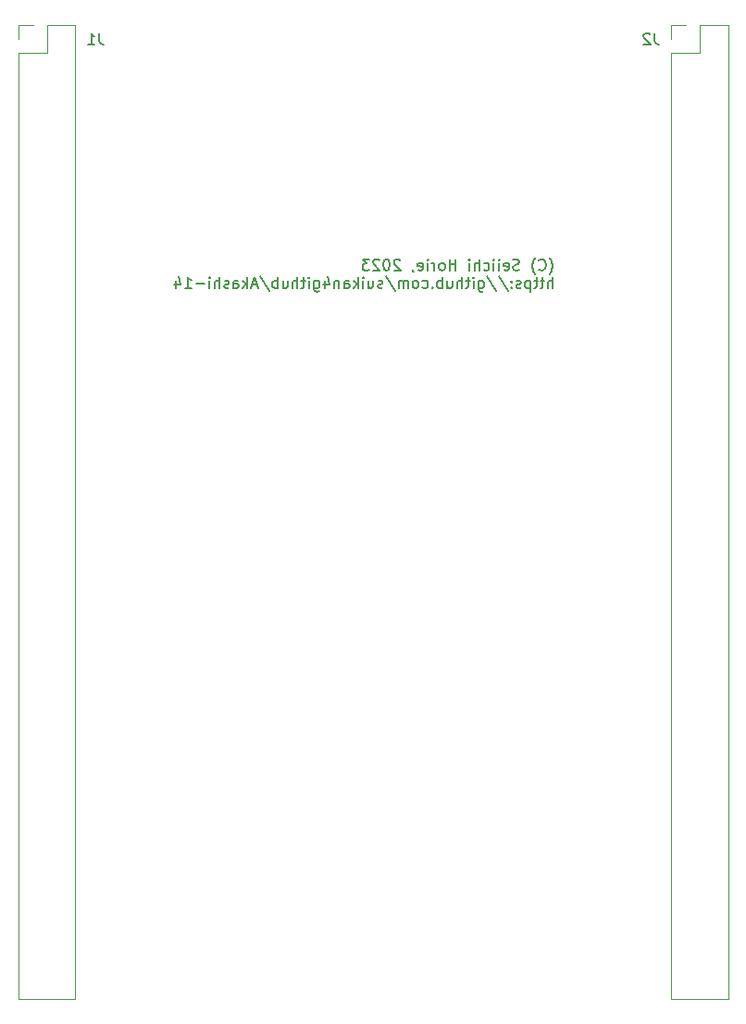
<source format=gbr>
G04 #@! TF.GenerationSoftware,KiCad,Pcbnew,7.0.1-3b83917a11~172~ubuntu22.04.1*
G04 #@! TF.CreationDate,2023-04-09T16:34:52+09:00*
G04 #@! TF.ProjectId,Akashi-14,416b6173-6869-42d3-9134-2e6b69636164,rev?*
G04 #@! TF.SameCoordinates,Original*
G04 #@! TF.FileFunction,Legend,Bot*
G04 #@! TF.FilePolarity,Positive*
%FSLAX46Y46*%
G04 Gerber Fmt 4.6, Leading zero omitted, Abs format (unit mm)*
G04 Created by KiCad (PCBNEW 7.0.1-3b83917a11~172~ubuntu22.04.1) date 2023-04-09 16:34:52*
%MOMM*%
%LPD*%
G01*
G04 APERTURE LIST*
%ADD10C,0.150000*%
%ADD11C,0.120000*%
G04 APERTURE END LIST*
D10*
X147558190Y-87538571D02*
X147605809Y-87490952D01*
X147605809Y-87490952D02*
X147701047Y-87348095D01*
X147701047Y-87348095D02*
X147748666Y-87252857D01*
X147748666Y-87252857D02*
X147796285Y-87110000D01*
X147796285Y-87110000D02*
X147843904Y-86871904D01*
X147843904Y-86871904D02*
X147843904Y-86681428D01*
X147843904Y-86681428D02*
X147796285Y-86443333D01*
X147796285Y-86443333D02*
X147748666Y-86300476D01*
X147748666Y-86300476D02*
X147701047Y-86205238D01*
X147701047Y-86205238D02*
X147605809Y-86062380D01*
X147605809Y-86062380D02*
X147558190Y-86014761D01*
X146605809Y-87062380D02*
X146653428Y-87110000D01*
X146653428Y-87110000D02*
X146796285Y-87157619D01*
X146796285Y-87157619D02*
X146891523Y-87157619D01*
X146891523Y-87157619D02*
X147034380Y-87110000D01*
X147034380Y-87110000D02*
X147129618Y-87014761D01*
X147129618Y-87014761D02*
X147177237Y-86919523D01*
X147177237Y-86919523D02*
X147224856Y-86729047D01*
X147224856Y-86729047D02*
X147224856Y-86586190D01*
X147224856Y-86586190D02*
X147177237Y-86395714D01*
X147177237Y-86395714D02*
X147129618Y-86300476D01*
X147129618Y-86300476D02*
X147034380Y-86205238D01*
X147034380Y-86205238D02*
X146891523Y-86157619D01*
X146891523Y-86157619D02*
X146796285Y-86157619D01*
X146796285Y-86157619D02*
X146653428Y-86205238D01*
X146653428Y-86205238D02*
X146605809Y-86252857D01*
X146272475Y-87538571D02*
X146224856Y-87490952D01*
X146224856Y-87490952D02*
X146129618Y-87348095D01*
X146129618Y-87348095D02*
X146081999Y-87252857D01*
X146081999Y-87252857D02*
X146034380Y-87110000D01*
X146034380Y-87110000D02*
X145986761Y-86871904D01*
X145986761Y-86871904D02*
X145986761Y-86681428D01*
X145986761Y-86681428D02*
X146034380Y-86443333D01*
X146034380Y-86443333D02*
X146081999Y-86300476D01*
X146081999Y-86300476D02*
X146129618Y-86205238D01*
X146129618Y-86205238D02*
X146224856Y-86062380D01*
X146224856Y-86062380D02*
X146272475Y-86014761D01*
X144796284Y-87110000D02*
X144653427Y-87157619D01*
X144653427Y-87157619D02*
X144415332Y-87157619D01*
X144415332Y-87157619D02*
X144320094Y-87110000D01*
X144320094Y-87110000D02*
X144272475Y-87062380D01*
X144272475Y-87062380D02*
X144224856Y-86967142D01*
X144224856Y-86967142D02*
X144224856Y-86871904D01*
X144224856Y-86871904D02*
X144272475Y-86776666D01*
X144272475Y-86776666D02*
X144320094Y-86729047D01*
X144320094Y-86729047D02*
X144415332Y-86681428D01*
X144415332Y-86681428D02*
X144605808Y-86633809D01*
X144605808Y-86633809D02*
X144701046Y-86586190D01*
X144701046Y-86586190D02*
X144748665Y-86538571D01*
X144748665Y-86538571D02*
X144796284Y-86443333D01*
X144796284Y-86443333D02*
X144796284Y-86348095D01*
X144796284Y-86348095D02*
X144748665Y-86252857D01*
X144748665Y-86252857D02*
X144701046Y-86205238D01*
X144701046Y-86205238D02*
X144605808Y-86157619D01*
X144605808Y-86157619D02*
X144367713Y-86157619D01*
X144367713Y-86157619D02*
X144224856Y-86205238D01*
X143415332Y-87110000D02*
X143510570Y-87157619D01*
X143510570Y-87157619D02*
X143701046Y-87157619D01*
X143701046Y-87157619D02*
X143796284Y-87110000D01*
X143796284Y-87110000D02*
X143843903Y-87014761D01*
X143843903Y-87014761D02*
X143843903Y-86633809D01*
X143843903Y-86633809D02*
X143796284Y-86538571D01*
X143796284Y-86538571D02*
X143701046Y-86490952D01*
X143701046Y-86490952D02*
X143510570Y-86490952D01*
X143510570Y-86490952D02*
X143415332Y-86538571D01*
X143415332Y-86538571D02*
X143367713Y-86633809D01*
X143367713Y-86633809D02*
X143367713Y-86729047D01*
X143367713Y-86729047D02*
X143843903Y-86824285D01*
X142939141Y-87157619D02*
X142939141Y-86490952D01*
X142939141Y-86157619D02*
X142986760Y-86205238D01*
X142986760Y-86205238D02*
X142939141Y-86252857D01*
X142939141Y-86252857D02*
X142891522Y-86205238D01*
X142891522Y-86205238D02*
X142939141Y-86157619D01*
X142939141Y-86157619D02*
X142939141Y-86252857D01*
X142462951Y-87157619D02*
X142462951Y-86490952D01*
X142462951Y-86157619D02*
X142510570Y-86205238D01*
X142510570Y-86205238D02*
X142462951Y-86252857D01*
X142462951Y-86252857D02*
X142415332Y-86205238D01*
X142415332Y-86205238D02*
X142462951Y-86157619D01*
X142462951Y-86157619D02*
X142462951Y-86252857D01*
X141558190Y-87110000D02*
X141653428Y-87157619D01*
X141653428Y-87157619D02*
X141843904Y-87157619D01*
X141843904Y-87157619D02*
X141939142Y-87110000D01*
X141939142Y-87110000D02*
X141986761Y-87062380D01*
X141986761Y-87062380D02*
X142034380Y-86967142D01*
X142034380Y-86967142D02*
X142034380Y-86681428D01*
X142034380Y-86681428D02*
X141986761Y-86586190D01*
X141986761Y-86586190D02*
X141939142Y-86538571D01*
X141939142Y-86538571D02*
X141843904Y-86490952D01*
X141843904Y-86490952D02*
X141653428Y-86490952D01*
X141653428Y-86490952D02*
X141558190Y-86538571D01*
X141129618Y-87157619D02*
X141129618Y-86157619D01*
X140701047Y-87157619D02*
X140701047Y-86633809D01*
X140701047Y-86633809D02*
X140748666Y-86538571D01*
X140748666Y-86538571D02*
X140843904Y-86490952D01*
X140843904Y-86490952D02*
X140986761Y-86490952D01*
X140986761Y-86490952D02*
X141081999Y-86538571D01*
X141081999Y-86538571D02*
X141129618Y-86586190D01*
X140224856Y-87157619D02*
X140224856Y-86490952D01*
X140224856Y-86157619D02*
X140272475Y-86205238D01*
X140272475Y-86205238D02*
X140224856Y-86252857D01*
X140224856Y-86252857D02*
X140177237Y-86205238D01*
X140177237Y-86205238D02*
X140224856Y-86157619D01*
X140224856Y-86157619D02*
X140224856Y-86252857D01*
X138986761Y-87157619D02*
X138986761Y-86157619D01*
X138986761Y-86633809D02*
X138415333Y-86633809D01*
X138415333Y-87157619D02*
X138415333Y-86157619D01*
X137796285Y-87157619D02*
X137891523Y-87110000D01*
X137891523Y-87110000D02*
X137939142Y-87062380D01*
X137939142Y-87062380D02*
X137986761Y-86967142D01*
X137986761Y-86967142D02*
X137986761Y-86681428D01*
X137986761Y-86681428D02*
X137939142Y-86586190D01*
X137939142Y-86586190D02*
X137891523Y-86538571D01*
X137891523Y-86538571D02*
X137796285Y-86490952D01*
X137796285Y-86490952D02*
X137653428Y-86490952D01*
X137653428Y-86490952D02*
X137558190Y-86538571D01*
X137558190Y-86538571D02*
X137510571Y-86586190D01*
X137510571Y-86586190D02*
X137462952Y-86681428D01*
X137462952Y-86681428D02*
X137462952Y-86967142D01*
X137462952Y-86967142D02*
X137510571Y-87062380D01*
X137510571Y-87062380D02*
X137558190Y-87110000D01*
X137558190Y-87110000D02*
X137653428Y-87157619D01*
X137653428Y-87157619D02*
X137796285Y-87157619D01*
X137034380Y-87157619D02*
X137034380Y-86490952D01*
X137034380Y-86681428D02*
X136986761Y-86586190D01*
X136986761Y-86586190D02*
X136939142Y-86538571D01*
X136939142Y-86538571D02*
X136843904Y-86490952D01*
X136843904Y-86490952D02*
X136748666Y-86490952D01*
X136415332Y-87157619D02*
X136415332Y-86490952D01*
X136415332Y-86157619D02*
X136462951Y-86205238D01*
X136462951Y-86205238D02*
X136415332Y-86252857D01*
X136415332Y-86252857D02*
X136367713Y-86205238D01*
X136367713Y-86205238D02*
X136415332Y-86157619D01*
X136415332Y-86157619D02*
X136415332Y-86252857D01*
X135558190Y-87110000D02*
X135653428Y-87157619D01*
X135653428Y-87157619D02*
X135843904Y-87157619D01*
X135843904Y-87157619D02*
X135939142Y-87110000D01*
X135939142Y-87110000D02*
X135986761Y-87014761D01*
X135986761Y-87014761D02*
X135986761Y-86633809D01*
X135986761Y-86633809D02*
X135939142Y-86538571D01*
X135939142Y-86538571D02*
X135843904Y-86490952D01*
X135843904Y-86490952D02*
X135653428Y-86490952D01*
X135653428Y-86490952D02*
X135558190Y-86538571D01*
X135558190Y-86538571D02*
X135510571Y-86633809D01*
X135510571Y-86633809D02*
X135510571Y-86729047D01*
X135510571Y-86729047D02*
X135986761Y-86824285D01*
X135034380Y-87110000D02*
X135034380Y-87157619D01*
X135034380Y-87157619D02*
X135081999Y-87252857D01*
X135081999Y-87252857D02*
X135129618Y-87300476D01*
X133891523Y-86252857D02*
X133843904Y-86205238D01*
X133843904Y-86205238D02*
X133748666Y-86157619D01*
X133748666Y-86157619D02*
X133510571Y-86157619D01*
X133510571Y-86157619D02*
X133415333Y-86205238D01*
X133415333Y-86205238D02*
X133367714Y-86252857D01*
X133367714Y-86252857D02*
X133320095Y-86348095D01*
X133320095Y-86348095D02*
X133320095Y-86443333D01*
X133320095Y-86443333D02*
X133367714Y-86586190D01*
X133367714Y-86586190D02*
X133939142Y-87157619D01*
X133939142Y-87157619D02*
X133320095Y-87157619D01*
X132701047Y-86157619D02*
X132605809Y-86157619D01*
X132605809Y-86157619D02*
X132510571Y-86205238D01*
X132510571Y-86205238D02*
X132462952Y-86252857D01*
X132462952Y-86252857D02*
X132415333Y-86348095D01*
X132415333Y-86348095D02*
X132367714Y-86538571D01*
X132367714Y-86538571D02*
X132367714Y-86776666D01*
X132367714Y-86776666D02*
X132415333Y-86967142D01*
X132415333Y-86967142D02*
X132462952Y-87062380D01*
X132462952Y-87062380D02*
X132510571Y-87110000D01*
X132510571Y-87110000D02*
X132605809Y-87157619D01*
X132605809Y-87157619D02*
X132701047Y-87157619D01*
X132701047Y-87157619D02*
X132796285Y-87110000D01*
X132796285Y-87110000D02*
X132843904Y-87062380D01*
X132843904Y-87062380D02*
X132891523Y-86967142D01*
X132891523Y-86967142D02*
X132939142Y-86776666D01*
X132939142Y-86776666D02*
X132939142Y-86538571D01*
X132939142Y-86538571D02*
X132891523Y-86348095D01*
X132891523Y-86348095D02*
X132843904Y-86252857D01*
X132843904Y-86252857D02*
X132796285Y-86205238D01*
X132796285Y-86205238D02*
X132701047Y-86157619D01*
X131986761Y-86252857D02*
X131939142Y-86205238D01*
X131939142Y-86205238D02*
X131843904Y-86157619D01*
X131843904Y-86157619D02*
X131605809Y-86157619D01*
X131605809Y-86157619D02*
X131510571Y-86205238D01*
X131510571Y-86205238D02*
X131462952Y-86252857D01*
X131462952Y-86252857D02*
X131415333Y-86348095D01*
X131415333Y-86348095D02*
X131415333Y-86443333D01*
X131415333Y-86443333D02*
X131462952Y-86586190D01*
X131462952Y-86586190D02*
X132034380Y-87157619D01*
X132034380Y-87157619D02*
X131415333Y-87157619D01*
X131081999Y-86157619D02*
X130462952Y-86157619D01*
X130462952Y-86157619D02*
X130796285Y-86538571D01*
X130796285Y-86538571D02*
X130653428Y-86538571D01*
X130653428Y-86538571D02*
X130558190Y-86586190D01*
X130558190Y-86586190D02*
X130510571Y-86633809D01*
X130510571Y-86633809D02*
X130462952Y-86729047D01*
X130462952Y-86729047D02*
X130462952Y-86967142D01*
X130462952Y-86967142D02*
X130510571Y-87062380D01*
X130510571Y-87062380D02*
X130558190Y-87110000D01*
X130558190Y-87110000D02*
X130653428Y-87157619D01*
X130653428Y-87157619D02*
X130939142Y-87157619D01*
X130939142Y-87157619D02*
X131034380Y-87110000D01*
X131034380Y-87110000D02*
X131081999Y-87062380D01*
X147843904Y-88777619D02*
X147843904Y-87777619D01*
X147415333Y-88777619D02*
X147415333Y-88253809D01*
X147415333Y-88253809D02*
X147462952Y-88158571D01*
X147462952Y-88158571D02*
X147558190Y-88110952D01*
X147558190Y-88110952D02*
X147701047Y-88110952D01*
X147701047Y-88110952D02*
X147796285Y-88158571D01*
X147796285Y-88158571D02*
X147843904Y-88206190D01*
X147081999Y-88110952D02*
X146701047Y-88110952D01*
X146939142Y-87777619D02*
X146939142Y-88634761D01*
X146939142Y-88634761D02*
X146891523Y-88730000D01*
X146891523Y-88730000D02*
X146796285Y-88777619D01*
X146796285Y-88777619D02*
X146701047Y-88777619D01*
X146510570Y-88110952D02*
X146129618Y-88110952D01*
X146367713Y-87777619D02*
X146367713Y-88634761D01*
X146367713Y-88634761D02*
X146320094Y-88730000D01*
X146320094Y-88730000D02*
X146224856Y-88777619D01*
X146224856Y-88777619D02*
X146129618Y-88777619D01*
X145796284Y-88110952D02*
X145796284Y-89110952D01*
X145796284Y-88158571D02*
X145701046Y-88110952D01*
X145701046Y-88110952D02*
X145510570Y-88110952D01*
X145510570Y-88110952D02*
X145415332Y-88158571D01*
X145415332Y-88158571D02*
X145367713Y-88206190D01*
X145367713Y-88206190D02*
X145320094Y-88301428D01*
X145320094Y-88301428D02*
X145320094Y-88587142D01*
X145320094Y-88587142D02*
X145367713Y-88682380D01*
X145367713Y-88682380D02*
X145415332Y-88730000D01*
X145415332Y-88730000D02*
X145510570Y-88777619D01*
X145510570Y-88777619D02*
X145701046Y-88777619D01*
X145701046Y-88777619D02*
X145796284Y-88730000D01*
X144939141Y-88730000D02*
X144843903Y-88777619D01*
X144843903Y-88777619D02*
X144653427Y-88777619D01*
X144653427Y-88777619D02*
X144558189Y-88730000D01*
X144558189Y-88730000D02*
X144510570Y-88634761D01*
X144510570Y-88634761D02*
X144510570Y-88587142D01*
X144510570Y-88587142D02*
X144558189Y-88491904D01*
X144558189Y-88491904D02*
X144653427Y-88444285D01*
X144653427Y-88444285D02*
X144796284Y-88444285D01*
X144796284Y-88444285D02*
X144891522Y-88396666D01*
X144891522Y-88396666D02*
X144939141Y-88301428D01*
X144939141Y-88301428D02*
X144939141Y-88253809D01*
X144939141Y-88253809D02*
X144891522Y-88158571D01*
X144891522Y-88158571D02*
X144796284Y-88110952D01*
X144796284Y-88110952D02*
X144653427Y-88110952D01*
X144653427Y-88110952D02*
X144558189Y-88158571D01*
X144081998Y-88682380D02*
X144034379Y-88730000D01*
X144034379Y-88730000D02*
X144081998Y-88777619D01*
X144081998Y-88777619D02*
X144129617Y-88730000D01*
X144129617Y-88730000D02*
X144081998Y-88682380D01*
X144081998Y-88682380D02*
X144081998Y-88777619D01*
X144081998Y-88158571D02*
X144034379Y-88206190D01*
X144034379Y-88206190D02*
X144081998Y-88253809D01*
X144081998Y-88253809D02*
X144129617Y-88206190D01*
X144129617Y-88206190D02*
X144081998Y-88158571D01*
X144081998Y-88158571D02*
X144081998Y-88253809D01*
X142891523Y-87730000D02*
X143748665Y-89015714D01*
X141843904Y-87730000D02*
X142701046Y-89015714D01*
X141081999Y-88110952D02*
X141081999Y-88920476D01*
X141081999Y-88920476D02*
X141129618Y-89015714D01*
X141129618Y-89015714D02*
X141177237Y-89063333D01*
X141177237Y-89063333D02*
X141272475Y-89110952D01*
X141272475Y-89110952D02*
X141415332Y-89110952D01*
X141415332Y-89110952D02*
X141510570Y-89063333D01*
X141081999Y-88730000D02*
X141177237Y-88777619D01*
X141177237Y-88777619D02*
X141367713Y-88777619D01*
X141367713Y-88777619D02*
X141462951Y-88730000D01*
X141462951Y-88730000D02*
X141510570Y-88682380D01*
X141510570Y-88682380D02*
X141558189Y-88587142D01*
X141558189Y-88587142D02*
X141558189Y-88301428D01*
X141558189Y-88301428D02*
X141510570Y-88206190D01*
X141510570Y-88206190D02*
X141462951Y-88158571D01*
X141462951Y-88158571D02*
X141367713Y-88110952D01*
X141367713Y-88110952D02*
X141177237Y-88110952D01*
X141177237Y-88110952D02*
X141081999Y-88158571D01*
X140605808Y-88777619D02*
X140605808Y-88110952D01*
X140605808Y-87777619D02*
X140653427Y-87825238D01*
X140653427Y-87825238D02*
X140605808Y-87872857D01*
X140605808Y-87872857D02*
X140558189Y-87825238D01*
X140558189Y-87825238D02*
X140605808Y-87777619D01*
X140605808Y-87777619D02*
X140605808Y-87872857D01*
X140272475Y-88110952D02*
X139891523Y-88110952D01*
X140129618Y-87777619D02*
X140129618Y-88634761D01*
X140129618Y-88634761D02*
X140081999Y-88730000D01*
X140081999Y-88730000D02*
X139986761Y-88777619D01*
X139986761Y-88777619D02*
X139891523Y-88777619D01*
X139558189Y-88777619D02*
X139558189Y-87777619D01*
X139129618Y-88777619D02*
X139129618Y-88253809D01*
X139129618Y-88253809D02*
X139177237Y-88158571D01*
X139177237Y-88158571D02*
X139272475Y-88110952D01*
X139272475Y-88110952D02*
X139415332Y-88110952D01*
X139415332Y-88110952D02*
X139510570Y-88158571D01*
X139510570Y-88158571D02*
X139558189Y-88206190D01*
X138224856Y-88110952D02*
X138224856Y-88777619D01*
X138653427Y-88110952D02*
X138653427Y-88634761D01*
X138653427Y-88634761D02*
X138605808Y-88730000D01*
X138605808Y-88730000D02*
X138510570Y-88777619D01*
X138510570Y-88777619D02*
X138367713Y-88777619D01*
X138367713Y-88777619D02*
X138272475Y-88730000D01*
X138272475Y-88730000D02*
X138224856Y-88682380D01*
X137748665Y-88777619D02*
X137748665Y-87777619D01*
X137748665Y-88158571D02*
X137653427Y-88110952D01*
X137653427Y-88110952D02*
X137462951Y-88110952D01*
X137462951Y-88110952D02*
X137367713Y-88158571D01*
X137367713Y-88158571D02*
X137320094Y-88206190D01*
X137320094Y-88206190D02*
X137272475Y-88301428D01*
X137272475Y-88301428D02*
X137272475Y-88587142D01*
X137272475Y-88587142D02*
X137320094Y-88682380D01*
X137320094Y-88682380D02*
X137367713Y-88730000D01*
X137367713Y-88730000D02*
X137462951Y-88777619D01*
X137462951Y-88777619D02*
X137653427Y-88777619D01*
X137653427Y-88777619D02*
X137748665Y-88730000D01*
X136843903Y-88682380D02*
X136796284Y-88730000D01*
X136796284Y-88730000D02*
X136843903Y-88777619D01*
X136843903Y-88777619D02*
X136891522Y-88730000D01*
X136891522Y-88730000D02*
X136843903Y-88682380D01*
X136843903Y-88682380D02*
X136843903Y-88777619D01*
X135939142Y-88730000D02*
X136034380Y-88777619D01*
X136034380Y-88777619D02*
X136224856Y-88777619D01*
X136224856Y-88777619D02*
X136320094Y-88730000D01*
X136320094Y-88730000D02*
X136367713Y-88682380D01*
X136367713Y-88682380D02*
X136415332Y-88587142D01*
X136415332Y-88587142D02*
X136415332Y-88301428D01*
X136415332Y-88301428D02*
X136367713Y-88206190D01*
X136367713Y-88206190D02*
X136320094Y-88158571D01*
X136320094Y-88158571D02*
X136224856Y-88110952D01*
X136224856Y-88110952D02*
X136034380Y-88110952D01*
X136034380Y-88110952D02*
X135939142Y-88158571D01*
X135367713Y-88777619D02*
X135462951Y-88730000D01*
X135462951Y-88730000D02*
X135510570Y-88682380D01*
X135510570Y-88682380D02*
X135558189Y-88587142D01*
X135558189Y-88587142D02*
X135558189Y-88301428D01*
X135558189Y-88301428D02*
X135510570Y-88206190D01*
X135510570Y-88206190D02*
X135462951Y-88158571D01*
X135462951Y-88158571D02*
X135367713Y-88110952D01*
X135367713Y-88110952D02*
X135224856Y-88110952D01*
X135224856Y-88110952D02*
X135129618Y-88158571D01*
X135129618Y-88158571D02*
X135081999Y-88206190D01*
X135081999Y-88206190D02*
X135034380Y-88301428D01*
X135034380Y-88301428D02*
X135034380Y-88587142D01*
X135034380Y-88587142D02*
X135081999Y-88682380D01*
X135081999Y-88682380D02*
X135129618Y-88730000D01*
X135129618Y-88730000D02*
X135224856Y-88777619D01*
X135224856Y-88777619D02*
X135367713Y-88777619D01*
X134605808Y-88777619D02*
X134605808Y-88110952D01*
X134605808Y-88206190D02*
X134558189Y-88158571D01*
X134558189Y-88158571D02*
X134462951Y-88110952D01*
X134462951Y-88110952D02*
X134320094Y-88110952D01*
X134320094Y-88110952D02*
X134224856Y-88158571D01*
X134224856Y-88158571D02*
X134177237Y-88253809D01*
X134177237Y-88253809D02*
X134177237Y-88777619D01*
X134177237Y-88253809D02*
X134129618Y-88158571D01*
X134129618Y-88158571D02*
X134034380Y-88110952D01*
X134034380Y-88110952D02*
X133891523Y-88110952D01*
X133891523Y-88110952D02*
X133796284Y-88158571D01*
X133796284Y-88158571D02*
X133748665Y-88253809D01*
X133748665Y-88253809D02*
X133748665Y-88777619D01*
X132558190Y-87730000D02*
X133415332Y-89015714D01*
X132272475Y-88730000D02*
X132177237Y-88777619D01*
X132177237Y-88777619D02*
X131986761Y-88777619D01*
X131986761Y-88777619D02*
X131891523Y-88730000D01*
X131891523Y-88730000D02*
X131843904Y-88634761D01*
X131843904Y-88634761D02*
X131843904Y-88587142D01*
X131843904Y-88587142D02*
X131891523Y-88491904D01*
X131891523Y-88491904D02*
X131986761Y-88444285D01*
X131986761Y-88444285D02*
X132129618Y-88444285D01*
X132129618Y-88444285D02*
X132224856Y-88396666D01*
X132224856Y-88396666D02*
X132272475Y-88301428D01*
X132272475Y-88301428D02*
X132272475Y-88253809D01*
X132272475Y-88253809D02*
X132224856Y-88158571D01*
X132224856Y-88158571D02*
X132129618Y-88110952D01*
X132129618Y-88110952D02*
X131986761Y-88110952D01*
X131986761Y-88110952D02*
X131891523Y-88158571D01*
X130986761Y-88110952D02*
X130986761Y-88777619D01*
X131415332Y-88110952D02*
X131415332Y-88634761D01*
X131415332Y-88634761D02*
X131367713Y-88730000D01*
X131367713Y-88730000D02*
X131272475Y-88777619D01*
X131272475Y-88777619D02*
X131129618Y-88777619D01*
X131129618Y-88777619D02*
X131034380Y-88730000D01*
X131034380Y-88730000D02*
X130986761Y-88682380D01*
X130510570Y-88777619D02*
X130510570Y-88110952D01*
X130510570Y-87777619D02*
X130558189Y-87825238D01*
X130558189Y-87825238D02*
X130510570Y-87872857D01*
X130510570Y-87872857D02*
X130462951Y-87825238D01*
X130462951Y-87825238D02*
X130510570Y-87777619D01*
X130510570Y-87777619D02*
X130510570Y-87872857D01*
X130034380Y-88777619D02*
X130034380Y-87777619D01*
X129939142Y-88396666D02*
X129653428Y-88777619D01*
X129653428Y-88110952D02*
X130034380Y-88491904D01*
X128796285Y-88777619D02*
X128796285Y-88253809D01*
X128796285Y-88253809D02*
X128843904Y-88158571D01*
X128843904Y-88158571D02*
X128939142Y-88110952D01*
X128939142Y-88110952D02*
X129129618Y-88110952D01*
X129129618Y-88110952D02*
X129224856Y-88158571D01*
X128796285Y-88730000D02*
X128891523Y-88777619D01*
X128891523Y-88777619D02*
X129129618Y-88777619D01*
X129129618Y-88777619D02*
X129224856Y-88730000D01*
X129224856Y-88730000D02*
X129272475Y-88634761D01*
X129272475Y-88634761D02*
X129272475Y-88539523D01*
X129272475Y-88539523D02*
X129224856Y-88444285D01*
X129224856Y-88444285D02*
X129129618Y-88396666D01*
X129129618Y-88396666D02*
X128891523Y-88396666D01*
X128891523Y-88396666D02*
X128796285Y-88349047D01*
X128320094Y-88110952D02*
X128320094Y-88777619D01*
X128320094Y-88206190D02*
X128272475Y-88158571D01*
X128272475Y-88158571D02*
X128177237Y-88110952D01*
X128177237Y-88110952D02*
X128034380Y-88110952D01*
X128034380Y-88110952D02*
X127939142Y-88158571D01*
X127939142Y-88158571D02*
X127891523Y-88253809D01*
X127891523Y-88253809D02*
X127891523Y-88777619D01*
X126986761Y-88110952D02*
X126986761Y-88777619D01*
X127224856Y-87730000D02*
X127462951Y-88444285D01*
X127462951Y-88444285D02*
X126843904Y-88444285D01*
X126034380Y-88110952D02*
X126034380Y-88920476D01*
X126034380Y-88920476D02*
X126081999Y-89015714D01*
X126081999Y-89015714D02*
X126129618Y-89063333D01*
X126129618Y-89063333D02*
X126224856Y-89110952D01*
X126224856Y-89110952D02*
X126367713Y-89110952D01*
X126367713Y-89110952D02*
X126462951Y-89063333D01*
X126034380Y-88730000D02*
X126129618Y-88777619D01*
X126129618Y-88777619D02*
X126320094Y-88777619D01*
X126320094Y-88777619D02*
X126415332Y-88730000D01*
X126415332Y-88730000D02*
X126462951Y-88682380D01*
X126462951Y-88682380D02*
X126510570Y-88587142D01*
X126510570Y-88587142D02*
X126510570Y-88301428D01*
X126510570Y-88301428D02*
X126462951Y-88206190D01*
X126462951Y-88206190D02*
X126415332Y-88158571D01*
X126415332Y-88158571D02*
X126320094Y-88110952D01*
X126320094Y-88110952D02*
X126129618Y-88110952D01*
X126129618Y-88110952D02*
X126034380Y-88158571D01*
X125558189Y-88777619D02*
X125558189Y-88110952D01*
X125558189Y-87777619D02*
X125605808Y-87825238D01*
X125605808Y-87825238D02*
X125558189Y-87872857D01*
X125558189Y-87872857D02*
X125510570Y-87825238D01*
X125510570Y-87825238D02*
X125558189Y-87777619D01*
X125558189Y-87777619D02*
X125558189Y-87872857D01*
X125224856Y-88110952D02*
X124843904Y-88110952D01*
X125081999Y-87777619D02*
X125081999Y-88634761D01*
X125081999Y-88634761D02*
X125034380Y-88730000D01*
X125034380Y-88730000D02*
X124939142Y-88777619D01*
X124939142Y-88777619D02*
X124843904Y-88777619D01*
X124510570Y-88777619D02*
X124510570Y-87777619D01*
X124081999Y-88777619D02*
X124081999Y-88253809D01*
X124081999Y-88253809D02*
X124129618Y-88158571D01*
X124129618Y-88158571D02*
X124224856Y-88110952D01*
X124224856Y-88110952D02*
X124367713Y-88110952D01*
X124367713Y-88110952D02*
X124462951Y-88158571D01*
X124462951Y-88158571D02*
X124510570Y-88206190D01*
X123177237Y-88110952D02*
X123177237Y-88777619D01*
X123605808Y-88110952D02*
X123605808Y-88634761D01*
X123605808Y-88634761D02*
X123558189Y-88730000D01*
X123558189Y-88730000D02*
X123462951Y-88777619D01*
X123462951Y-88777619D02*
X123320094Y-88777619D01*
X123320094Y-88777619D02*
X123224856Y-88730000D01*
X123224856Y-88730000D02*
X123177237Y-88682380D01*
X122701046Y-88777619D02*
X122701046Y-87777619D01*
X122701046Y-88158571D02*
X122605808Y-88110952D01*
X122605808Y-88110952D02*
X122415332Y-88110952D01*
X122415332Y-88110952D02*
X122320094Y-88158571D01*
X122320094Y-88158571D02*
X122272475Y-88206190D01*
X122272475Y-88206190D02*
X122224856Y-88301428D01*
X122224856Y-88301428D02*
X122224856Y-88587142D01*
X122224856Y-88587142D02*
X122272475Y-88682380D01*
X122272475Y-88682380D02*
X122320094Y-88730000D01*
X122320094Y-88730000D02*
X122415332Y-88777619D01*
X122415332Y-88777619D02*
X122605808Y-88777619D01*
X122605808Y-88777619D02*
X122701046Y-88730000D01*
X121081999Y-87730000D02*
X121939141Y-89015714D01*
X120796284Y-88491904D02*
X120320094Y-88491904D01*
X120891522Y-88777619D02*
X120558189Y-87777619D01*
X120558189Y-87777619D02*
X120224856Y-88777619D01*
X119891522Y-88777619D02*
X119891522Y-87777619D01*
X119796284Y-88396666D02*
X119510570Y-88777619D01*
X119510570Y-88110952D02*
X119891522Y-88491904D01*
X118653427Y-88777619D02*
X118653427Y-88253809D01*
X118653427Y-88253809D02*
X118701046Y-88158571D01*
X118701046Y-88158571D02*
X118796284Y-88110952D01*
X118796284Y-88110952D02*
X118986760Y-88110952D01*
X118986760Y-88110952D02*
X119081998Y-88158571D01*
X118653427Y-88730000D02*
X118748665Y-88777619D01*
X118748665Y-88777619D02*
X118986760Y-88777619D01*
X118986760Y-88777619D02*
X119081998Y-88730000D01*
X119081998Y-88730000D02*
X119129617Y-88634761D01*
X119129617Y-88634761D02*
X119129617Y-88539523D01*
X119129617Y-88539523D02*
X119081998Y-88444285D01*
X119081998Y-88444285D02*
X118986760Y-88396666D01*
X118986760Y-88396666D02*
X118748665Y-88396666D01*
X118748665Y-88396666D02*
X118653427Y-88349047D01*
X118224855Y-88730000D02*
X118129617Y-88777619D01*
X118129617Y-88777619D02*
X117939141Y-88777619D01*
X117939141Y-88777619D02*
X117843903Y-88730000D01*
X117843903Y-88730000D02*
X117796284Y-88634761D01*
X117796284Y-88634761D02*
X117796284Y-88587142D01*
X117796284Y-88587142D02*
X117843903Y-88491904D01*
X117843903Y-88491904D02*
X117939141Y-88444285D01*
X117939141Y-88444285D02*
X118081998Y-88444285D01*
X118081998Y-88444285D02*
X118177236Y-88396666D01*
X118177236Y-88396666D02*
X118224855Y-88301428D01*
X118224855Y-88301428D02*
X118224855Y-88253809D01*
X118224855Y-88253809D02*
X118177236Y-88158571D01*
X118177236Y-88158571D02*
X118081998Y-88110952D01*
X118081998Y-88110952D02*
X117939141Y-88110952D01*
X117939141Y-88110952D02*
X117843903Y-88158571D01*
X117367712Y-88777619D02*
X117367712Y-87777619D01*
X116939141Y-88777619D02*
X116939141Y-88253809D01*
X116939141Y-88253809D02*
X116986760Y-88158571D01*
X116986760Y-88158571D02*
X117081998Y-88110952D01*
X117081998Y-88110952D02*
X117224855Y-88110952D01*
X117224855Y-88110952D02*
X117320093Y-88158571D01*
X117320093Y-88158571D02*
X117367712Y-88206190D01*
X116462950Y-88777619D02*
X116462950Y-88110952D01*
X116462950Y-87777619D02*
X116510569Y-87825238D01*
X116510569Y-87825238D02*
X116462950Y-87872857D01*
X116462950Y-87872857D02*
X116415331Y-87825238D01*
X116415331Y-87825238D02*
X116462950Y-87777619D01*
X116462950Y-87777619D02*
X116462950Y-87872857D01*
X115986760Y-88396666D02*
X115224856Y-88396666D01*
X114224856Y-88777619D02*
X114796284Y-88777619D01*
X114510570Y-88777619D02*
X114510570Y-87777619D01*
X114510570Y-87777619D02*
X114605808Y-87920476D01*
X114605808Y-87920476D02*
X114701046Y-88015714D01*
X114701046Y-88015714D02*
X114796284Y-88063333D01*
X113367713Y-88110952D02*
X113367713Y-88777619D01*
X113605808Y-87730000D02*
X113843903Y-88444285D01*
X113843903Y-88444285D02*
X113224856Y-88444285D01*
X157178333Y-65502619D02*
X157178333Y-66216904D01*
X157178333Y-66216904D02*
X157225952Y-66359761D01*
X157225952Y-66359761D02*
X157321190Y-66455000D01*
X157321190Y-66455000D02*
X157464047Y-66502619D01*
X157464047Y-66502619D02*
X157559285Y-66502619D01*
X156749761Y-65597857D02*
X156702142Y-65550238D01*
X156702142Y-65550238D02*
X156606904Y-65502619D01*
X156606904Y-65502619D02*
X156368809Y-65502619D01*
X156368809Y-65502619D02*
X156273571Y-65550238D01*
X156273571Y-65550238D02*
X156225952Y-65597857D01*
X156225952Y-65597857D02*
X156178333Y-65693095D01*
X156178333Y-65693095D02*
X156178333Y-65788333D01*
X156178333Y-65788333D02*
X156225952Y-65931190D01*
X156225952Y-65931190D02*
X156797380Y-66502619D01*
X156797380Y-66502619D02*
X156178333Y-66502619D01*
X106378333Y-65502619D02*
X106378333Y-66216904D01*
X106378333Y-66216904D02*
X106425952Y-66359761D01*
X106425952Y-66359761D02*
X106521190Y-66455000D01*
X106521190Y-66455000D02*
X106664047Y-66502619D01*
X106664047Y-66502619D02*
X106759285Y-66502619D01*
X105378333Y-66502619D02*
X105949761Y-66502619D01*
X105664047Y-66502619D02*
X105664047Y-65502619D01*
X105664047Y-65502619D02*
X105759285Y-65645476D01*
X105759285Y-65645476D02*
X105854523Y-65740714D01*
X105854523Y-65740714D02*
X105949761Y-65788333D01*
D11*
X163890000Y-153730000D02*
X158690000Y-153730000D01*
X163890000Y-64710000D02*
X163890000Y-153730000D01*
X163890000Y-64710000D02*
X161290000Y-64710000D01*
X161290000Y-67310000D02*
X158690000Y-67310000D01*
X161290000Y-64710000D02*
X161290000Y-67310000D01*
X160020000Y-64710000D02*
X158690000Y-64710000D01*
X158690000Y-67310000D02*
X158690000Y-153730000D01*
X158690000Y-64710000D02*
X158690000Y-66040000D01*
X104180000Y-153730000D02*
X98980000Y-153730000D01*
X104180000Y-64710000D02*
X104180000Y-153730000D01*
X104180000Y-64710000D02*
X101580000Y-64710000D01*
X101580000Y-67310000D02*
X98980000Y-67310000D01*
X101580000Y-64710000D02*
X101580000Y-67310000D01*
X100310000Y-64710000D02*
X98980000Y-64710000D01*
X98980000Y-67310000D02*
X98980000Y-153730000D01*
X98980000Y-64710000D02*
X98980000Y-66040000D01*
M02*

</source>
